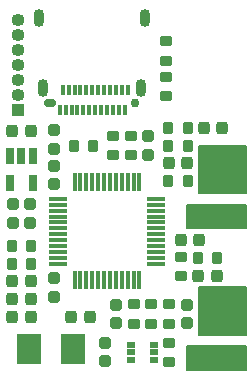
<source format=gbr>
%TF.GenerationSoftware,KiCad,Pcbnew,(6.0.7)*%
%TF.CreationDate,2022-10-06T16:56:11+02:00*%
%TF.ProjectId,k1-aioc,6b312d61-696f-4632-9e6b-696361645f70,rev?*%
%TF.SameCoordinates,Original*%
%TF.FileFunction,Soldermask,Top*%
%TF.FilePolarity,Negative*%
%FSLAX46Y46*%
G04 Gerber Fmt 4.6, Leading zero omitted, Abs format (unit mm)*
G04 Created by KiCad (PCBNEW (6.0.7)) date 2022-10-06 16:56:11*
%MOMM*%
%LPD*%
G01*
G04 APERTURE LIST*
G04 Aperture macros list*
%AMRoundRect*
0 Rectangle with rounded corners*
0 $1 Rounding radius*
0 $2 $3 $4 $5 $6 $7 $8 $9 X,Y pos of 4 corners*
0 Add a 4 corners polygon primitive as box body*
4,1,4,$2,$3,$4,$5,$6,$7,$8,$9,$2,$3,0*
0 Add four circle primitives for the rounded corners*
1,1,$1+$1,$2,$3*
1,1,$1+$1,$4,$5*
1,1,$1+$1,$6,$7*
1,1,$1+$1,$8,$9*
0 Add four rect primitives between the rounded corners*
20,1,$1+$1,$2,$3,$4,$5,0*
20,1,$1+$1,$4,$5,$6,$7,0*
20,1,$1+$1,$6,$7,$8,$9,0*
20,1,$1+$1,$8,$9,$2,$3,0*%
G04 Aperture macros list end*
%ADD10C,0.150000*%
%ADD11RoundRect,0.250000X-0.275000X0.200000X-0.275000X-0.200000X0.275000X-0.200000X0.275000X0.200000X0*%
%ADD12RoundRect,0.268750X0.218750X0.256250X-0.218750X0.256250X-0.218750X-0.256250X0.218750X-0.256250X0*%
%ADD13RoundRect,0.275000X0.225000X0.250000X-0.225000X0.250000X-0.225000X-0.250000X0.225000X-0.250000X0*%
%ADD14RoundRect,0.250000X-0.200000X-0.275000X0.200000X-0.275000X0.200000X0.275000X-0.200000X0.275000X0*%
%ADD15C,0.750000*%
%ADD16O,1.050000X0.750000*%
%ADD17RoundRect,0.050000X0.150000X0.350000X-0.150000X0.350000X-0.150000X-0.350000X0.150000X-0.350000X0*%
%ADD18O,0.900000X1.500000*%
%ADD19RoundRect,0.268750X-0.218750X-0.256250X0.218750X-0.256250X0.218750X0.256250X-0.218750X0.256250X0*%
%ADD20RoundRect,0.275000X-0.250000X0.225000X-0.250000X-0.225000X0.250000X-0.225000X0.250000X0.225000X0*%
%ADD21RoundRect,0.275000X-0.225000X-0.250000X0.225000X-0.250000X0.225000X0.250000X-0.225000X0.250000X0*%
%ADD22RoundRect,0.268750X0.256250X-0.218750X0.256250X0.218750X-0.256250X0.218750X-0.256250X-0.218750X0*%
%ADD23RoundRect,0.125000X0.075000X-0.662500X0.075000X0.662500X-0.075000X0.662500X-0.075000X-0.662500X0*%
%ADD24RoundRect,0.125000X0.662500X-0.075000X0.662500X0.075000X-0.662500X0.075000X-0.662500X-0.075000X0*%
%ADD25RoundRect,0.250000X0.200000X0.275000X-0.200000X0.275000X-0.200000X-0.275000X0.200000X-0.275000X0*%
%ADD26RoundRect,0.275000X0.250000X-0.225000X0.250000X0.225000X-0.250000X0.225000X-0.250000X-0.225000X0*%
%ADD27RoundRect,0.050000X-0.325000X-0.200000X0.325000X-0.200000X0.325000X0.200000X-0.325000X0.200000X0*%
%ADD28RoundRect,0.050000X0.500000X0.500000X-0.500000X0.500000X-0.500000X-0.500000X0.500000X-0.500000X0*%
%ADD29O,1.100000X1.100000*%
%ADD30RoundRect,0.200000X-0.150000X0.512500X-0.150000X-0.512500X0.150000X-0.512500X0.150000X0.512500X0*%
%ADD31RoundRect,0.268750X-0.256250X0.218750X-0.256250X-0.218750X0.256250X-0.218750X0.256250X0.218750X0*%
%ADD32RoundRect,0.050000X-1.000000X-1.200000X1.000000X-1.200000X1.000000X1.200000X-1.000000X1.200000X0*%
%ADD33RoundRect,0.250000X0.275000X-0.200000X0.275000X0.200000X-0.275000X0.200000X-0.275000X-0.200000X0*%
G04 APERTURE END LIST*
D10*
X119500000Y-109000000D02*
X124500000Y-109000000D01*
X124500000Y-109000000D02*
X124500000Y-111000000D01*
X124500000Y-111000000D02*
X119500000Y-111000000D01*
X119500000Y-111000000D02*
X119500000Y-109000000D01*
G36*
X119500000Y-109000000D02*
G01*
X124500000Y-109000000D01*
X124500000Y-111000000D01*
X119500000Y-111000000D01*
X119500000Y-109000000D01*
G37*
X120500000Y-92000000D02*
X124500000Y-92000000D01*
X124500000Y-92000000D02*
X124500000Y-96000000D01*
X124500000Y-96000000D02*
X120500000Y-96000000D01*
X120500000Y-96000000D02*
X120500000Y-92000000D01*
G36*
X120500000Y-92000000D02*
G01*
X124500000Y-92000000D01*
X124500000Y-96000000D01*
X120500000Y-96000000D01*
X120500000Y-92000000D01*
G37*
X119500000Y-97000000D02*
X124500000Y-97000000D01*
X124500000Y-97000000D02*
X124500000Y-99000000D01*
X124500000Y-99000000D02*
X119500000Y-99000000D01*
X119500000Y-99000000D02*
X119500000Y-97000000D01*
G36*
X119500000Y-97000000D02*
G01*
X124500000Y-97000000D01*
X124500000Y-99000000D01*
X119500000Y-99000000D01*
X119500000Y-97000000D01*
G37*
X120500000Y-104000000D02*
X124500000Y-104000000D01*
X124500000Y-104000000D02*
X124500000Y-108000000D01*
X124500000Y-108000000D02*
X120500000Y-108000000D01*
X120500000Y-108000000D02*
X120500000Y-104000000D01*
G36*
X120500000Y-104000000D02*
G01*
X124500000Y-104000000D01*
X124500000Y-108000000D01*
X120500000Y-108000000D01*
X120500000Y-104000000D01*
G37*
X119500000Y-109000000D02*
X124500000Y-109000000D01*
X124500000Y-109000000D02*
X124500000Y-111000000D01*
X124500000Y-111000000D02*
X119500000Y-111000000D01*
X119500000Y-111000000D02*
X119500000Y-109000000D01*
G36*
X119500000Y-109000000D02*
G01*
X124500000Y-109000000D01*
X124500000Y-111000000D01*
X119500000Y-111000000D01*
X119500000Y-109000000D01*
G37*
X120500000Y-92000000D02*
X124500000Y-92000000D01*
X124500000Y-92000000D02*
X124500000Y-96000000D01*
X124500000Y-96000000D02*
X120500000Y-96000000D01*
X120500000Y-96000000D02*
X120500000Y-92000000D01*
G36*
X120500000Y-92000000D02*
G01*
X124500000Y-92000000D01*
X124500000Y-96000000D01*
X120500000Y-96000000D01*
X120500000Y-92000000D01*
G37*
X119500000Y-97000000D02*
X124500000Y-97000000D01*
X124500000Y-97000000D02*
X124500000Y-99000000D01*
X124500000Y-99000000D02*
X119500000Y-99000000D01*
X119500000Y-99000000D02*
X119500000Y-97000000D01*
G36*
X119500000Y-97000000D02*
G01*
X124500000Y-97000000D01*
X124500000Y-99000000D01*
X119500000Y-99000000D01*
X119500000Y-97000000D01*
G37*
X120500000Y-104000000D02*
X124500000Y-104000000D01*
X124500000Y-104000000D02*
X124500000Y-108000000D01*
X124500000Y-108000000D02*
X120500000Y-108000000D01*
X120500000Y-108000000D02*
X120500000Y-104000000D01*
G36*
X120500000Y-104000000D02*
G01*
X124500000Y-104000000D01*
X124500000Y-108000000D01*
X120500000Y-108000000D01*
X120500000Y-104000000D01*
G37*
D11*
%TO.C,R2*%
X119000000Y-101425000D03*
X119000000Y-103075000D03*
%TD*%
D12*
%TO.C,D2*%
X106287500Y-103500000D03*
X104712500Y-103500000D03*
%TD*%
D13*
%TO.C,C11*%
X119525000Y-93500000D03*
X117975000Y-93500000D03*
%TD*%
D14*
%TO.C,R15*%
X104675000Y-102000000D03*
X106325000Y-102000000D03*
%TD*%
D15*
%TO.C,J1*%
X115100000Y-88360000D03*
D16*
X107900000Y-88360000D03*
D17*
X114250000Y-89020000D03*
X113750000Y-89020000D03*
X113250000Y-89020000D03*
X112750000Y-89020000D03*
X112250000Y-89020000D03*
X111750000Y-89020000D03*
X111250000Y-89020000D03*
X110750000Y-89020000D03*
X110250000Y-89020000D03*
X109750000Y-89020000D03*
X109250000Y-89020000D03*
X108750000Y-89020000D03*
X109000000Y-87320000D03*
X109500000Y-87320000D03*
X110000000Y-87320000D03*
X110500000Y-87320000D03*
X111000000Y-87320000D03*
X111500000Y-87320000D03*
X112000000Y-87320000D03*
X112500000Y-87320000D03*
X113000000Y-87320000D03*
X113500000Y-87320000D03*
X114000000Y-87320000D03*
X114500000Y-87320000D03*
D18*
X107370000Y-87110000D03*
X107010000Y-81160000D03*
X115630000Y-87110000D03*
X115990000Y-81160000D03*
%TD*%
D13*
%TO.C,C1*%
X106275000Y-106500000D03*
X104725000Y-106500000D03*
%TD*%
D19*
%TO.C,D1*%
X104712500Y-105000000D03*
X106287500Y-105000000D03*
%TD*%
D20*
%TO.C,C9*%
X113500000Y-105475000D03*
X113500000Y-107025000D03*
%TD*%
D21*
%TO.C,C12*%
X120475000Y-103000000D03*
X122025000Y-103000000D03*
%TD*%
D11*
%TO.C,R13*%
X118000000Y-108675000D03*
X118000000Y-110325000D03*
%TD*%
D22*
%TO.C,FB2*%
X108250000Y-92287500D03*
X108250000Y-90712500D03*
%TD*%
D11*
%TO.C,R8*%
X114750000Y-91175000D03*
X114750000Y-92825000D03*
%TD*%
%TO.C,R11*%
X116500000Y-105425000D03*
X116500000Y-107075000D03*
%TD*%
%TO.C,R9*%
X113250000Y-91175000D03*
X113250000Y-92825000D03*
%TD*%
D23*
%TO.C,U2*%
X110000000Y-103412500D03*
X110500000Y-103412500D03*
X111000000Y-103412500D03*
X111500000Y-103412500D03*
X112000000Y-103412500D03*
X112500000Y-103412500D03*
X113000000Y-103412500D03*
X113500000Y-103412500D03*
X114000000Y-103412500D03*
X114500000Y-103412500D03*
X115000000Y-103412500D03*
X115500000Y-103412500D03*
D24*
X116912500Y-102000000D03*
X116912500Y-101500000D03*
X116912500Y-101000000D03*
X116912500Y-100500000D03*
X116912500Y-100000000D03*
X116912500Y-99500000D03*
X116912500Y-99000000D03*
X116912500Y-98500000D03*
X116912500Y-98000000D03*
X116912500Y-97500000D03*
X116912500Y-97000000D03*
X116912500Y-96500000D03*
D23*
X115500000Y-95087500D03*
X115000000Y-95087500D03*
X114500000Y-95087500D03*
X114000000Y-95087500D03*
X113500000Y-95087500D03*
X113000000Y-95087500D03*
X112500000Y-95087500D03*
X112000000Y-95087500D03*
X111500000Y-95087500D03*
X111000000Y-95087500D03*
X110500000Y-95087500D03*
X110000000Y-95087500D03*
D24*
X108587500Y-96500000D03*
X108587500Y-97000000D03*
X108587500Y-97500000D03*
X108587500Y-98000000D03*
X108587500Y-98500000D03*
X108587500Y-99000000D03*
X108587500Y-99500000D03*
X108587500Y-100000000D03*
X108587500Y-100500000D03*
X108587500Y-101000000D03*
X108587500Y-101500000D03*
X108587500Y-102000000D03*
%TD*%
D13*
%TO.C,C6*%
X106275000Y-90750000D03*
X104725000Y-90750000D03*
%TD*%
D25*
%TO.C,R4*%
X122075000Y-101500000D03*
X120425000Y-101500000D03*
%TD*%
D20*
%TO.C,C3*%
X104750000Y-96975000D03*
X104750000Y-98525000D03*
%TD*%
D21*
%TO.C,C2*%
X109725000Y-106500000D03*
X111275000Y-106500000D03*
%TD*%
D11*
%TO.C,R10*%
X115000000Y-105425000D03*
X115000000Y-107075000D03*
%TD*%
D26*
%TO.C,C4*%
X108250000Y-95275000D03*
X108250000Y-93725000D03*
%TD*%
D14*
%TO.C,R1*%
X109925000Y-92000000D03*
X111575000Y-92000000D03*
%TD*%
D27*
%TO.C,Q1*%
X114800000Y-108850000D03*
X114800000Y-109500000D03*
X114800000Y-110150000D03*
X116700000Y-110150000D03*
X116700000Y-109500000D03*
X116700000Y-108850000D03*
%TD*%
D21*
%TO.C,C14*%
X120975000Y-90500000D03*
X122525000Y-90500000D03*
%TD*%
D14*
%TO.C,R5*%
X117925000Y-90500000D03*
X119575000Y-90500000D03*
%TD*%
D20*
%TO.C,C15*%
X112600000Y-108725000D03*
X112600000Y-110275000D03*
%TD*%
D21*
%TO.C,C7*%
X118975000Y-100000000D03*
X120525000Y-100000000D03*
%TD*%
D28*
%TO.C,J2*%
X105250000Y-89020000D03*
D29*
X105250000Y-87750000D03*
X105250000Y-86480000D03*
X105250000Y-85210000D03*
X105250000Y-83940000D03*
X105250000Y-82670000D03*
X105250000Y-81400000D03*
%TD*%
D20*
%TO.C,C8*%
X108250000Y-103225000D03*
X108250000Y-104775000D03*
%TD*%
D30*
%TO.C,U1*%
X106450000Y-92862500D03*
X105500000Y-92862500D03*
X104550000Y-92862500D03*
X104550000Y-95137500D03*
X106450000Y-95137500D03*
%TD*%
D14*
%TO.C,R16*%
X117925000Y-92000000D03*
X119575000Y-92000000D03*
%TD*%
%TO.C,R3*%
X117925000Y-95000000D03*
X119575000Y-95000000D03*
%TD*%
D26*
%TO.C,C10*%
X116250000Y-92775000D03*
X116250000Y-91225000D03*
%TD*%
D14*
%TO.C,R14*%
X104675000Y-100500000D03*
X106325000Y-100500000D03*
%TD*%
D11*
%TO.C,R6*%
X117750000Y-83175000D03*
X117750000Y-84825000D03*
%TD*%
D31*
%TO.C,FB1*%
X106250000Y-96962500D03*
X106250000Y-98537500D03*
%TD*%
D20*
%TO.C,C13*%
X119500000Y-105475000D03*
X119500000Y-107025000D03*
%TD*%
D32*
%TO.C,Y1*%
X106150000Y-109250000D03*
X109850000Y-109250000D03*
%TD*%
D11*
%TO.C,R12*%
X118000000Y-105425000D03*
X118000000Y-107075000D03*
%TD*%
D33*
%TO.C,R7*%
X117750000Y-87825000D03*
X117750000Y-86175000D03*
%TD*%
M02*

</source>
